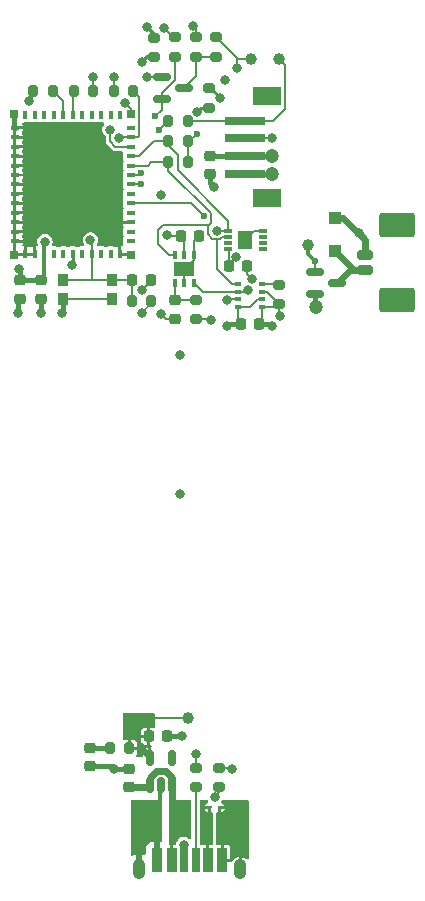
<source format=gbr>
%TF.GenerationSoftware,KiCad,Pcbnew,8.0.7*%
%TF.CreationDate,2024-12-24T11:10:27-06:00*%
%TF.ProjectId,room_environment_monitor,726f6f6d-5f65-46e7-9669-726f6e6d656e,rev?*%
%TF.SameCoordinates,Original*%
%TF.FileFunction,Copper,L1,Top*%
%TF.FilePolarity,Positive*%
%FSLAX46Y46*%
G04 Gerber Fmt 4.6, Leading zero omitted, Abs format (unit mm)*
G04 Created by KiCad (PCBNEW 8.0.7) date 2024-12-24 11:10:27*
%MOMM*%
%LPD*%
G01*
G04 APERTURE LIST*
G04 Aperture macros list*
%AMRoundRect*
0 Rectangle with rounded corners*
0 $1 Rounding radius*
0 $2 $3 $4 $5 $6 $7 $8 $9 X,Y pos of 4 corners*
0 Add a 4 corners polygon primitive as box body*
4,1,4,$2,$3,$4,$5,$6,$7,$8,$9,$2,$3,0*
0 Add four circle primitives for the rounded corners*
1,1,$1+$1,$2,$3*
1,1,$1+$1,$4,$5*
1,1,$1+$1,$6,$7*
1,1,$1+$1,$8,$9*
0 Add four rect primitives between the rounded corners*
20,1,$1+$1,$2,$3,$4,$5,0*
20,1,$1+$1,$4,$5,$6,$7,0*
20,1,$1+$1,$6,$7,$8,$9,0*
20,1,$1+$1,$8,$9,$2,$3,0*%
%AMFreePoly0*
4,1,6,0.725000,-0.725000,-0.725000,-0.725000,-0.725000,0.125000,-0.125000,0.725000,0.725000,0.725000,0.725000,-0.725000,0.725000,-0.725000,$1*%
G04 Aperture macros list end*
%TA.AperFunction,SMDPad,CuDef*%
%ADD10R,0.400000X0.800000*%
%TD*%
%TA.AperFunction,SMDPad,CuDef*%
%ADD11R,0.800000X0.400000*%
%TD*%
%TA.AperFunction,SMDPad,CuDef*%
%ADD12FreePoly0,90.000000*%
%TD*%
%TA.AperFunction,SMDPad,CuDef*%
%ADD13R,1.450000X1.450000*%
%TD*%
%TA.AperFunction,SMDPad,CuDef*%
%ADD14R,0.700000X0.700000*%
%TD*%
%TA.AperFunction,SMDPad,CuDef*%
%ADD15RoundRect,0.200000X0.275000X-0.200000X0.275000X0.200000X-0.275000X0.200000X-0.275000X-0.200000X0*%
%TD*%
%TA.AperFunction,SMDPad,CuDef*%
%ADD16RoundRect,0.200000X-0.275000X0.200000X-0.275000X-0.200000X0.275000X-0.200000X0.275000X0.200000X0*%
%TD*%
%TA.AperFunction,SMDPad,CuDef*%
%ADD17RoundRect,0.200000X0.200000X0.275000X-0.200000X0.275000X-0.200000X-0.275000X0.200000X-0.275000X0*%
%TD*%
%TA.AperFunction,SMDPad,CuDef*%
%ADD18RoundRect,0.225000X-0.225000X-0.250000X0.225000X-0.250000X0.225000X0.250000X-0.225000X0.250000X0*%
%TD*%
%TA.AperFunction,SMDPad,CuDef*%
%ADD19RoundRect,0.150000X-0.587500X-0.150000X0.587500X-0.150000X0.587500X0.150000X-0.587500X0.150000X0*%
%TD*%
%TA.AperFunction,SMDPad,CuDef*%
%ADD20RoundRect,0.150000X0.150000X-0.512500X0.150000X0.512500X-0.150000X0.512500X-0.150000X-0.512500X0*%
%TD*%
%TA.AperFunction,SMDPad,CuDef*%
%ADD21RoundRect,0.200000X-0.200000X-0.275000X0.200000X-0.275000X0.200000X0.275000X-0.200000X0.275000X0*%
%TD*%
%TA.AperFunction,SMDPad,CuDef*%
%ADD22R,0.711200X2.006600*%
%TD*%
%TA.AperFunction,SMDPad,CuDef*%
%ADD23R,0.812800X2.006600*%
%TD*%
%TA.AperFunction,SMDPad,CuDef*%
%ADD24R,0.889000X2.006600*%
%TD*%
%TA.AperFunction,ComponentPad*%
%ADD25O,1.066800X1.701800*%
%TD*%
%TA.AperFunction,SMDPad,CuDef*%
%ADD26R,0.500000X0.350000*%
%TD*%
%TA.AperFunction,SMDPad,CuDef*%
%ADD27C,1.000000*%
%TD*%
%TA.AperFunction,SMDPad,CuDef*%
%ADD28R,0.355600X0.660400*%
%TD*%
%TA.AperFunction,SMDPad,CuDef*%
%ADD29R,1.701800X1.244600*%
%TD*%
%TA.AperFunction,SMDPad,CuDef*%
%ADD30RoundRect,0.225000X-0.250000X0.225000X-0.250000X-0.225000X0.250000X-0.225000X0.250000X0.225000X0*%
%TD*%
%TA.AperFunction,SMDPad,CuDef*%
%ADD31R,3.352800X0.711200*%
%TD*%
%TA.AperFunction,SMDPad,CuDef*%
%ADD32R,2.387600X1.600200*%
%TD*%
%TA.AperFunction,SMDPad,CuDef*%
%ADD33RoundRect,0.062500X0.117500X0.062500X-0.117500X0.062500X-0.117500X-0.062500X0.117500X-0.062500X0*%
%TD*%
%TA.AperFunction,SMDPad,CuDef*%
%ADD34RoundRect,0.218750X0.256250X-0.218750X0.256250X0.218750X-0.256250X0.218750X-0.256250X-0.218750X0*%
%TD*%
%TA.AperFunction,SMDPad,CuDef*%
%ADD35RoundRect,0.225000X0.250000X-0.225000X0.250000X0.225000X-0.250000X0.225000X-0.250000X-0.225000X0*%
%TD*%
%TA.AperFunction,SMDPad,CuDef*%
%ADD36RoundRect,0.200000X0.450000X-0.200000X0.450000X0.200000X-0.450000X0.200000X-0.450000X-0.200000X0*%
%TD*%
%TA.AperFunction,SMDPad,CuDef*%
%ADD37RoundRect,0.250001X1.249999X-0.799999X1.249999X0.799999X-1.249999X0.799999X-1.249999X-0.799999X0*%
%TD*%
%TA.AperFunction,SMDPad,CuDef*%
%ADD38RoundRect,0.225000X0.225000X0.250000X-0.225000X0.250000X-0.225000X-0.250000X0.225000X-0.250000X0*%
%TD*%
%TA.AperFunction,SMDPad,CuDef*%
%ADD39R,0.900000X1.000000*%
%TD*%
%TA.AperFunction,SMDPad,CuDef*%
%ADD40R,0.750000X0.300000*%
%TD*%
%TA.AperFunction,SMDPad,CuDef*%
%ADD41R,1.300000X1.500000*%
%TD*%
%TA.AperFunction,SMDPad,CuDef*%
%ADD42RoundRect,0.250000X-0.300000X0.300000X-0.300000X-0.300000X0.300000X-0.300000X0.300000X0.300000X0*%
%TD*%
%TA.AperFunction,ViaPad*%
%ADD43C,0.800000*%
%TD*%
%TA.AperFunction,ViaPad*%
%ADD44C,1.200000*%
%TD*%
%TA.AperFunction,ViaPad*%
%ADD45C,0.600000*%
%TD*%
%TA.AperFunction,Conductor*%
%ADD46C,0.200000*%
%TD*%
%TA.AperFunction,Conductor*%
%ADD47C,0.250000*%
%TD*%
%TA.AperFunction,Conductor*%
%ADD48C,0.400000*%
%TD*%
%TA.AperFunction,Conductor*%
%ADD49C,0.300000*%
%TD*%
%TA.AperFunction,Conductor*%
%ADD50C,0.600000*%
%TD*%
%TA.AperFunction,Conductor*%
%ADD51C,0.150000*%
%TD*%
G04 APERTURE END LIST*
D10*
%TO.P,U2,1,GND*%
%TO.N,GND*%
X-3900000Y50700000D03*
%TO.P,U2,2,GND*%
X-3100000Y50700000D03*
%TO.P,U2,3,3V3*%
%TO.N,+3V3*%
X-2300000Y50700000D03*
%TO.P,U2,4,NC*%
%TO.N,unconnected-(U2-NC-Pad4)*%
X-1500000Y50700000D03*
%TO.P,U2,5,GPIO2/ADC1_CH2*%
%TO.N,unconnected-(U2-GPIO2{slash}ADC1_CH2-Pad5)*%
X-700000Y50700000D03*
%TO.P,U2,6,GPIO3/ADC1_CH3*%
%TO.N,PD*%
X100000Y50700000D03*
%TO.P,U2,7,NC*%
%TO.N,unconnected-(U2-NC-Pad7)*%
X900000Y50700000D03*
%TO.P,U2,8,EN/CHIP_PU*%
%TO.N,EN*%
X1700000Y50700000D03*
%TO.P,U2,9,NC*%
%TO.N,unconnected-(U2-NC-Pad9)*%
X2500000Y50700000D03*
%TO.P,U2,10,NC*%
%TO.N,unconnected-(U2-NC-Pad10)*%
X3300000Y50700000D03*
%TO.P,U2,11,GND*%
%TO.N,GND*%
X4100000Y50700000D03*
D11*
%TO.P,U2,12,GPIO0/ADC1_CH0/XTAL_32K_P*%
%TO.N,unconnected-(U2-GPIO0{slash}ADC1_CH0{slash}XTAL_32K_P-Pad12)*%
X5000000Y51800000D03*
%TO.P,U2,13,GPIO1/ADC1_CH1/XTAL_32K_N*%
%TO.N,unconnected-(U2-GPIO1{slash}ADC1_CH1{slash}XTAL_32K_N-Pad13)*%
X5000000Y52600000D03*
%TO.P,U2,14,GND*%
%TO.N,GND*%
X5000000Y53400000D03*
%TO.P,U2,15,NC*%
%TO.N,unconnected-(U2-NC-Pad15)*%
X5000000Y54200000D03*
%TO.P,U2,16,GPIO10*%
%TO.N,FAN*%
X5000000Y55000000D03*
%TO.P,U2,17,NC*%
%TO.N,unconnected-(U2-NC-Pad17)*%
X5000000Y55800000D03*
%TO.P,U2,18,GPIO4/ADC1_CH4*%
%TO.N,UART1_RX*%
X5000000Y56600000D03*
%TO.P,U2,19,GPIO5/ADC2_CH0*%
%TO.N,UART1_TX_LVL*%
X5000000Y57400000D03*
%TO.P,U2,20,GPIO6*%
%TO.N,I2C_SCL*%
X5000000Y58200000D03*
%TO.P,U2,21,GPIO7*%
%TO.N,I2C_SDA*%
X5000000Y59000000D03*
%TO.P,U2,22,GPIO8*%
%TO.N,NEOPIXEL*%
X5000000Y59800000D03*
%TO.P,U2,23,GPIO9*%
%TO.N,BOOT*%
X5000000Y60600000D03*
%TO.P,U2,24,NC*%
%TO.N,unconnected-(U2-NC-Pad24)*%
X5000000Y61400000D03*
D10*
%TO.P,U2,25,NC*%
%TO.N,unconnected-(U2-NC-Pad25)*%
X4100000Y62500000D03*
%TO.P,U2,26,GPIO18/USB_D-*%
%TO.N,unconnected-(U2-GPIO18{slash}USB_D--Pad26)*%
X3300000Y62500000D03*
%TO.P,U2,27,GPIO19/USB_D+*%
%TO.N,unconnected-(U2-GPIO19{slash}USB_D+-Pad27)*%
X2500000Y62500000D03*
%TO.P,U2,28,NC*%
%TO.N,unconnected-(U2-NC-Pad28)*%
X1700000Y62500000D03*
%TO.P,U2,29,NC*%
%TO.N,unconnected-(U2-NC-Pad29)*%
X900000Y62500000D03*
%TO.P,U2,30,GPIO20/U0RXD*%
%TO.N,UART_RX*%
X100000Y62500000D03*
%TO.P,U2,31,GPIO21/U0TXD*%
%TO.N,UART_TX*%
X-700000Y62500000D03*
%TO.P,U2,32,NC*%
%TO.N,unconnected-(U2-NC-Pad32)*%
X-1500000Y62500000D03*
%TO.P,U2,33,NC*%
%TO.N,unconnected-(U2-NC-Pad33)*%
X-2300000Y62500000D03*
%TO.P,U2,34,NC*%
%TO.N,unconnected-(U2-NC-Pad34)*%
X-3100000Y62500000D03*
%TO.P,U2,35,NC*%
%TO.N,unconnected-(U2-NC-Pad35)*%
X-3900000Y62500000D03*
D11*
%TO.P,U2,36,GND*%
%TO.N,GND*%
X-4800000Y61400000D03*
%TO.P,U2,37,GND*%
X-4800000Y60600000D03*
%TO.P,U2,38,GND*%
X-4800000Y59800000D03*
%TO.P,U2,39,GND*%
X-4800000Y59000000D03*
%TO.P,U2,40,GND*%
X-4800000Y58200000D03*
%TO.P,U2,41,GND*%
X-4800000Y57400000D03*
%TO.P,U2,42,GND*%
X-4800000Y56600000D03*
%TO.P,U2,43,GND*%
X-4800000Y55800000D03*
%TO.P,U2,44,GND*%
X-4800000Y55000000D03*
%TO.P,U2,45,GND*%
X-4800000Y54200000D03*
%TO.P,U2,46,GND*%
X-4800000Y53400000D03*
%TO.P,U2,47,GND*%
X-4800000Y52600000D03*
%TO.P,U2,48,GND*%
X-4800000Y51800000D03*
D12*
%TO.P,U2,49,GND*%
X-1875000Y54625000D03*
D13*
X100000Y54625000D03*
X2075000Y54625000D03*
X-1875000Y56600000D03*
X100000Y56600000D03*
X2075000Y56600000D03*
X-1875000Y58575000D03*
X100000Y58575000D03*
X2075000Y58575000D03*
D14*
%TO.P,U2,50,GND*%
X-4850000Y62550000D03*
%TO.P,U2,51,GND*%
X5050000Y62550000D03*
%TO.P,U2,52,GND*%
X5050000Y50650000D03*
%TO.P,U2,53,GND*%
X-4850000Y50650000D03*
%TD*%
D15*
%TO.P,R3,1*%
%TO.N,+3V3*%
X17600000Y46437500D03*
%TO.P,R3,2*%
%TO.N,Net-(U4-SDO)*%
X17600000Y48087500D03*
%TD*%
D16*
%TO.P,R9,1*%
%TO.N,Net-(J2-Pin_2)*%
X12250000Y69075000D03*
%TO.P,R9,2*%
%TO.N,UART1_TX*%
X12250000Y67425000D03*
%TD*%
%TO.P,R13,1*%
%TO.N,+5V*%
X10500000Y69075000D03*
%TO.P,R13,2*%
%TO.N,UART1_TX*%
X10500000Y67425000D03*
%TD*%
D17*
%TO.P,R8,1*%
%TO.N,Net-(J2-Pin_1)*%
X9825000Y62000000D03*
%TO.P,R8,2*%
%TO.N,UART1_RX*%
X8175000Y62000000D03*
%TD*%
D18*
%TO.P,C1,1*%
%TO.N,EN*%
X5150000Y48500000D03*
%TO.P,C1,2*%
%TO.N,GND*%
X6700000Y48500000D03*
%TD*%
%TO.P,C2,1*%
%TO.N,+3V3*%
X9225000Y52250000D03*
%TO.P,C2,2*%
%TO.N,GND*%
X10775000Y52250000D03*
%TD*%
D19*
%TO.P,Q3,1,G*%
%TO.N,FAN*%
X20625000Y49200000D03*
%TO.P,Q3,2,S*%
%TO.N,GND*%
X20625000Y47300000D03*
%TO.P,Q3,3,D*%
%TO.N,Net-(D1-A)*%
X22500000Y48250000D03*
%TD*%
D20*
%TO.P,U5,1,VIN*%
%TO.N,+5V*%
X6625000Y5737500D03*
%TO.P,U5,2,GND*%
%TO.N,GND*%
X7575000Y5737500D03*
%TO.P,U5,3,EN*%
%TO.N,+5V*%
X8525000Y5737500D03*
%TO.P,U5,4,NC*%
%TO.N,unconnected-(U5-NC-Pad4)*%
X8525000Y8012500D03*
%TO.P,U5,5,VOUT*%
%TO.N,+3V3*%
X6625000Y8012500D03*
%TD*%
D21*
%TO.P,R11,1*%
%TO.N,I2C_SCL*%
X8175000Y58500000D03*
%TO.P,R11,2*%
%TO.N,+3V3*%
X9825000Y58500000D03*
%TD*%
D22*
%TO.P,P1,A5,CC*%
%TO.N,Net-(P1-CC)*%
X10499999Y-600002D03*
D23*
%TO.P,P1,A9,VBUS*%
%TO.N,+5V*%
X8480000Y-600002D03*
D24*
%TO.P,P1,A12,GND*%
%TO.N,GND*%
X7250000Y-600002D03*
D22*
%TO.P,P1,B5,VCONN*%
%TO.N,Net-(P1-VCONN)*%
X9500001Y-600002D03*
D23*
%TO.P,P1,B9,VBUS*%
%TO.N,+5V*%
X11520000Y-600002D03*
D24*
%TO.P,P1,B12,GND*%
%TO.N,GND*%
X12750000Y-600002D03*
D25*
%TO.P,P1,S1,SHIELD*%
X14269999Y-1400003D03*
X5730001Y-1400003D03*
%TD*%
D26*
%TO.P,U4,1,GND*%
%TO.N,GND*%
X14100000Y46212500D03*
%TO.P,U4,2,CSB*%
%TO.N,+3V3*%
X14100000Y46862500D03*
%TO.P,U4,3,SDI*%
%TO.N,I2C_SDA*%
X14100000Y47512500D03*
%TO.P,U4,4,SCK*%
%TO.N,I2C_SCL*%
X14100000Y48162500D03*
%TO.P,U4,5,SDO*%
%TO.N,Net-(U4-SDO)*%
X16150000Y48162500D03*
%TO.P,U4,6,VDDIO*%
%TO.N,+3V3*%
X16150000Y47512500D03*
%TO.P,U4,7,GND*%
%TO.N,GND*%
X16150000Y46862500D03*
%TO.P,U4,8,VDD*%
%TO.N,+3V3*%
X16150000Y46212500D03*
%TD*%
D27*
%TO.P,TP4,1,1*%
%TO.N,+3V3*%
X9900000Y11400000D03*
%TD*%
D28*
%TO.P,U3,1,VDD*%
%TO.N,/Sensors/SGP30_VDD*%
X8750000Y48250000D03*
%TO.P,U3,2,VSS*%
%TO.N,GND*%
X9550001Y48250000D03*
%TO.P,U3,3,SDA*%
%TO.N,I2C_SDA*%
X10350002Y48250000D03*
%TO.P,U3,4,R*%
%TO.N,GND*%
X10350002Y50637600D03*
%TO.P,U3,5,VDDH*%
%TO.N,+3V3*%
X9550001Y50637600D03*
%TO.P,U3,6,SCL*%
%TO.N,I2C_SCL*%
X8750000Y50637600D03*
D29*
%TO.P,U3,7,PAD*%
%TO.N,GND*%
X9550001Y49443800D03*
%TD*%
D30*
%TO.P,C7,1*%
%TO.N,+5V*%
X11750000Y59025000D03*
%TO.P,C7,2*%
%TO.N,GND*%
X11750000Y57475000D03*
%TD*%
D15*
%TO.P,R15,1*%
%TO.N,Net-(R15-Pad1)*%
X12500000Y5550000D03*
%TO.P,R15,2*%
%TO.N,GND*%
X12500000Y7200000D03*
%TD*%
D31*
%TO.P,J2,1,Pin_1*%
%TO.N,Net-(J2-Pin_1)*%
X14645800Y62000001D03*
%TO.P,J2,2,Pin_2*%
%TO.N,Net-(J2-Pin_2)*%
X14645800Y60500001D03*
%TO.P,J2,3,Pin_3*%
%TO.N,+5V*%
X14645800Y58999999D03*
%TO.P,J2,4,Pin_4*%
%TO.N,GND*%
X14645800Y57499999D03*
D32*
%TO.P,J2,5*%
%TO.N,N/C*%
X16528448Y64050002D03*
%TO.P,J2,6*%
X16528448Y55449998D03*
%TD*%
D27*
%TO.P,TP2,1,1*%
%TO.N,Net-(J2-Pin_1)*%
X17600000Y67200000D03*
%TD*%
D18*
%TO.P,C11,1*%
%TO.N,+3V3*%
X6550000Y9875000D03*
%TO.P,C11,2*%
%TO.N,GND*%
X8100000Y9875000D03*
%TD*%
D33*
%TO.P,D7,1,K*%
%TO.N,+5V*%
X11705000Y3850000D03*
%TO.P,D7,2,A*%
%TO.N,GND*%
X12545000Y3850000D03*
%TD*%
D16*
%TO.P,R12,1*%
%TO.N,+3V3*%
X8750000Y69075000D03*
%TO.P,R12,2*%
%TO.N,UART1_TX_LVL*%
X8750000Y67425000D03*
%TD*%
%TO.P,R14,1*%
%TO.N,GND*%
X7000000Y69037500D03*
%TO.P,R14,2*%
%TO.N,PD*%
X7000000Y67387500D03*
%TD*%
D21*
%TO.P,R10,1*%
%TO.N,I2C_SDA*%
X8175000Y60250000D03*
%TO.P,R10,2*%
%TO.N,+3V3*%
X9825000Y60250000D03*
%TD*%
D17*
%TO.P,R1,1*%
%TO.N,+3V3*%
X6750000Y46750000D03*
%TO.P,R1,2*%
%TO.N,EN*%
X5100000Y46750000D03*
%TD*%
D15*
%TO.P,R20,1*%
%TO.N,Net-(R20-Pad1)*%
X10500000Y5550000D03*
%TO.P,R20,2*%
%TO.N,GND*%
X10500000Y7200000D03*
%TD*%
D34*
%TO.P,D2,1,K*%
%TO.N,GND*%
X1575000Y7337500D03*
%TO.P,D2,2,A*%
%TO.N,Net-(D2-A)*%
X1575000Y8912500D03*
%TD*%
D35*
%TO.P,C10,1*%
%TO.N,+5V*%
X4825000Y5600000D03*
%TO.P,C10,2*%
%TO.N,GND*%
X4825000Y7150000D03*
%TD*%
D17*
%TO.P,R5,1*%
%TO.N,UART_TX*%
X-1575000Y64500000D03*
%TO.P,R5,2*%
%TO.N,Net-(R5-Pad2)*%
X-3225000Y64500000D03*
%TD*%
D36*
%TO.P,J1,1,Pin_1*%
%TO.N,Net-(D1-A)*%
X24825000Y49350000D03*
%TO.P,J1,2,Pin_2*%
%TO.N,+5V*%
X24825000Y50600000D03*
D37*
%TO.P,J1,MP*%
%TO.N,N/C*%
X27575000Y46800000D03*
X27575000Y53150000D03*
%TD*%
D21*
%TO.P,R6,1*%
%TO.N,UART_RX*%
X175000Y64500000D03*
%TO.P,R6,2*%
%TO.N,Net-(R6-Pad2)*%
X1825000Y64500000D03*
%TD*%
D16*
%TO.P,R16,1*%
%TO.N,+3V3*%
X11600000Y64750000D03*
%TO.P,R16,2*%
%TO.N,NEOPIXEL*%
X11600000Y63100000D03*
%TD*%
D38*
%TO.P,C5,1*%
%TO.N,+3V3*%
X15875000Y44762500D03*
%TO.P,C5,2*%
%TO.N,GND*%
X14325000Y44762500D03*
%TD*%
D39*
%TO.P,SW1,1,A*%
%TO.N,GND*%
X3400000Y46900000D03*
X-700000Y46900000D03*
%TO.P,SW1,2,B*%
%TO.N,EN*%
X3400000Y48500000D03*
X-700000Y48500000D03*
%TD*%
D40*
%TO.P,U1,1,NC*%
%TO.N,unconnected-(U1-NC-Pad1)*%
X16175000Y51175000D03*
%TO.P,U1,2,NC*%
%TO.N,unconnected-(U1-NC-Pad2)*%
X16175000Y51675000D03*
%TO.P,U1,3,NC*%
%TO.N,unconnected-(U1-NC-Pad3)*%
X16175000Y52175000D03*
%TO.P,U1,4,GND*%
%TO.N,GND*%
X16175000Y52675000D03*
%TO.P,U1,5,SDA*%
%TO.N,I2C_SDA*%
X13275000Y52675000D03*
%TO.P,U1,6,SCL*%
%TO.N,I2C_SCL*%
X13275000Y52175000D03*
%TO.P,U1,7,NC*%
%TO.N,unconnected-(U1-NC-Pad7)*%
X13275000Y51675000D03*
%TO.P,U1,8,VCC*%
%TO.N,+3V3*%
X13275000Y51175000D03*
D41*
%TO.P,U1,9,EP*%
%TO.N,GND*%
X14725000Y51925000D03*
%TD*%
D17*
%TO.P,R2,1*%
%TO.N,+3V3*%
X4900000Y8875000D03*
%TO.P,R2,2*%
%TO.N,Net-(D2-A)*%
X3250000Y8875000D03*
%TD*%
D30*
%TO.P,C4,1*%
%TO.N,/Sensors/SGP30_VDD*%
X8750000Y46775000D03*
%TO.P,C4,2*%
%TO.N,GND*%
X8750000Y45225000D03*
%TD*%
D15*
%TO.P,R4,1*%
%TO.N,+3V3*%
X10500000Y45175000D03*
%TO.P,R4,2*%
%TO.N,/Sensors/SGP30_VDD*%
X10500000Y46825000D03*
%TD*%
D30*
%TO.P,C3,1*%
%TO.N,+3V3*%
X-2600000Y48475000D03*
%TO.P,C3,2*%
%TO.N,GND*%
X-2600000Y46925000D03*
%TD*%
D27*
%TO.P,TP3,1,1*%
%TO.N,Net-(J2-Pin_2)*%
X15200000Y67200000D03*
%TD*%
D30*
%TO.P,C6,1*%
%TO.N,+3V3*%
X-4400000Y48475000D03*
%TO.P,C6,2*%
%TO.N,GND*%
X-4400000Y46925000D03*
%TD*%
D42*
%TO.P,D1,1,K*%
%TO.N,+5V*%
X22275000Y53750000D03*
%TO.P,D1,2,A*%
%TO.N,Net-(D1-A)*%
X22275000Y50950000D03*
%TD*%
D21*
%TO.P,R7,1*%
%TO.N,+3V3*%
X3575000Y64500000D03*
%TO.P,R7,2*%
%TO.N,BOOT*%
X5225000Y64500000D03*
%TD*%
D18*
%TO.P,C8,1*%
%TO.N,+3V3*%
X13300000Y49700000D03*
%TO.P,C8,2*%
%TO.N,GND*%
X14850000Y49700000D03*
%TD*%
D27*
%TO.P,TP1,1,1*%
%TO.N,FAN*%
X20000000Y51500000D03*
%TD*%
D19*
%TO.P,Q1,1,G*%
%TO.N,+3V3*%
X7625000Y65700000D03*
%TO.P,Q1,2,S*%
%TO.N,UART1_TX_LVL*%
X7625000Y63800000D03*
%TO.P,Q1,3,D*%
%TO.N,UART1_TX*%
X9500000Y64750000D03*
%TD*%
D43*
%TO.N,EN*%
X1600000Y51900000D03*
%TO.N,GND*%
X3575000Y7125000D03*
X-4500000Y45700000D03*
X-2575000Y45750000D03*
X7600000Y45600000D03*
D44*
X17000000Y57500000D03*
D43*
X9325000Y9875000D03*
X10575000Y8375000D03*
X6400000Y69900000D03*
X-2000000Y56500000D03*
X6000000Y3750000D03*
X13200000Y44600000D03*
X4500000Y63500000D03*
X7600000Y55700000D03*
X-2000000Y58500000D03*
X6000000Y2000000D03*
X15300000Y48600000D03*
X9550001Y49443800D03*
D44*
X20700000Y46200000D03*
D43*
X2000000Y56500000D03*
X9200000Y42200000D03*
X14250000Y3750000D03*
X5985081Y47695381D03*
X-2000000Y54700000D03*
X13000000Y3000000D03*
X14700000Y51900000D03*
X9200000Y30400000D03*
X13580000Y7130000D03*
X14250000Y2000000D03*
X7000000Y3000000D03*
X-825000Y45750000D03*
X12100000Y56400000D03*
%TO.N,BOOT*%
X4000000Y60500000D03*
%TO.N,+3V3*%
X11800000Y45100000D03*
X17000000Y44600000D03*
X12600000Y63925000D03*
X6400000Y65700000D03*
X8100000Y52300000D03*
X5075000Y11375000D03*
X13964711Y50443781D03*
X13020000Y65450000D03*
X7815962Y69826194D03*
X-4462299Y49437701D03*
X13200000Y46800000D03*
X5075000Y10375000D03*
X6325000Y11375000D03*
D45*
X10600000Y60900000D03*
D43*
X-2250000Y51750000D03*
X3600000Y65700000D03*
X17650000Y45437500D03*
X6000000Y45750000D03*
%TO.N,+5V*%
X10250000Y70000000D03*
D44*
X17000000Y59000000D03*
D43*
X9500000Y2000000D03*
X11500000Y2950000D03*
X9500000Y3750000D03*
X24300000Y52500000D03*
X11500000Y1500000D03*
%TO.N,NEOPIXEL*%
X10657911Y62763492D03*
X3250000Y61250000D03*
D45*
%TO.N,UART1_RX*%
X7400000Y61200000D03*
X5900000Y56600000D03*
%TO.N,FAN*%
X11200000Y53900000D03*
X20600000Y50100000D03*
%TO.N,UART1_TX_LVL*%
X7100000Y62400000D03*
X5900000Y57600000D03*
D43*
%TO.N,I2C_SDA*%
X12300000Y52700000D03*
X14949051Y47664137D03*
%TO.N,Net-(P1-VCONN)*%
X12120000Y4750000D03*
X9500000Y700000D03*
%TO.N,Net-(J3-Pin_5)*%
X1800000Y65700000D03*
%TO.N,Net-(J3-Pin_6)*%
X-3600000Y63700000D03*
%TO.N,Net-(J2-Pin_2)*%
X17000000Y60500000D03*
X14000000Y66500000D03*
%TO.N,PD*%
X6000000Y67000000D03*
X0Y49750000D03*
%TD*%
D46*
%TO.N,EN*%
X1700000Y50700000D02*
X1700000Y48550000D01*
X1750000Y48500000D02*
X3400000Y48500000D01*
X1700000Y50700000D02*
X1700000Y51800000D01*
X5150000Y48500000D02*
X5150000Y46800000D01*
X1700000Y51800000D02*
X1600000Y51900000D01*
X1700000Y48550000D02*
X1750000Y48500000D01*
X1750000Y48500000D02*
X-700000Y48500000D01*
X3400000Y48500000D02*
X5150000Y48500000D01*
%TO.N,GND*%
X8750000Y45225000D02*
X7975000Y45225000D01*
X9550001Y48250000D02*
X9550001Y49443800D01*
D47*
X7000000Y69300000D02*
X6400000Y69900000D01*
D46*
X7975000Y45225000D02*
X7600000Y45600000D01*
X15125000Y46212500D02*
X15775000Y46862500D01*
X14100000Y46212500D02*
X14100000Y44987500D01*
X9550001Y49443800D02*
X10350002Y50243801D01*
D48*
X11750000Y56750000D02*
X12100000Y56400000D01*
X14325000Y44762500D02*
X13362500Y44762500D01*
D46*
X10350002Y50637600D02*
X10350002Y51825002D01*
X10350002Y50243801D02*
X10350002Y50637600D01*
X15475000Y52675000D02*
X14725000Y51925000D01*
D48*
X-2575000Y46975000D02*
X-2575000Y45750000D01*
X3362500Y7337500D02*
X3575000Y7125000D01*
D46*
X10350002Y51825002D02*
X10775000Y52250000D01*
X14850000Y49700000D02*
X14850000Y49050000D01*
D48*
X11750000Y57475000D02*
X11750000Y56750000D01*
D46*
X6700000Y48410300D02*
X5985081Y47695381D01*
D48*
X-700000Y46900000D02*
X-700000Y45875000D01*
X4825000Y7150000D02*
X3600000Y7150000D01*
X3600000Y7150000D02*
X3575000Y7125000D01*
D46*
X16175000Y52675000D02*
X15475000Y52675000D01*
X14100000Y46212500D02*
X15125000Y46212500D01*
X13510000Y7200000D02*
X13580000Y7130000D01*
D48*
X14645800Y57499999D02*
X17000000Y57500000D01*
X20625000Y47300000D02*
X20625000Y46275000D01*
X-4850000Y62550000D02*
X-4850000Y61450000D01*
D46*
X10575000Y7200000D02*
X10575000Y8375000D01*
X15775000Y46862500D02*
X16150000Y46862500D01*
X5050000Y62950000D02*
X4500000Y63500000D01*
D48*
X-4500000Y46975000D02*
X-4500000Y45700000D01*
D46*
X14850000Y49050000D02*
X15300000Y48600000D01*
D48*
X13362500Y44762500D02*
X13200000Y44600000D01*
D46*
X12500000Y7200000D02*
X13510000Y7200000D01*
D48*
X20625000Y46275000D02*
X20700000Y46200000D01*
D46*
X5050000Y62550000D02*
X5050000Y62950000D01*
X3400000Y46900000D02*
X-700000Y46900000D01*
D48*
X-700000Y45875000D02*
X-825000Y45750000D01*
X1575000Y7337500D02*
X3362500Y7337500D01*
X-4850000Y61450000D02*
X-4800000Y61400000D01*
X8100000Y9875000D02*
X9325000Y9875000D01*
D46*
%TO.N,BOOT*%
X5000000Y60600000D02*
X4100000Y60600000D01*
X5000000Y60600000D02*
X5600000Y60600000D01*
X5600000Y60600000D02*
X5700000Y60700000D01*
X4100000Y60600000D02*
X4000000Y60500000D01*
X5700000Y60700000D02*
X5700000Y64025000D01*
X5700000Y64025000D02*
X5225000Y64500000D01*
%TO.N,+3V3*%
X16150000Y46212500D02*
X16150000Y45037500D01*
X13612500Y46862500D02*
X13200000Y46800000D01*
X7200000Y65700000D02*
X6400000Y65700000D01*
X14100000Y46862500D02*
X13612500Y46862500D01*
X3575000Y64500000D02*
X3575000Y65675000D01*
X6350000Y11400000D02*
X9900000Y11400000D01*
X9550001Y51924999D02*
X9225000Y52250000D01*
D49*
X-2300000Y48800000D02*
X-2300000Y50700000D01*
D48*
X15875000Y44762500D02*
X16837500Y44762500D01*
D46*
X16150000Y47512500D02*
X16525000Y47512500D01*
X17600000Y46437500D02*
X17600000Y45362500D01*
D49*
X-2300000Y50700000D02*
X-2300000Y51700000D01*
D46*
X9550001Y50637600D02*
X9550001Y51924999D01*
D48*
X-4400000Y49375402D02*
X-4462299Y49437701D01*
D46*
X3575000Y65675000D02*
X3600000Y65700000D01*
X13200000Y46800000D02*
X13487500Y46862500D01*
D49*
X-2575000Y48525000D02*
X-2300000Y48800000D01*
D46*
X13487500Y46862500D02*
X13550000Y46862500D01*
X9950000Y60250000D02*
X10600000Y60900000D01*
X13300000Y49700000D02*
X13300000Y51150000D01*
D50*
X6625000Y8125000D02*
X5875000Y8875000D01*
D46*
X13300000Y49779070D02*
X13964711Y50443781D01*
D48*
X16837500Y44762500D02*
X17000000Y44600000D01*
D46*
X9225000Y52250000D02*
X8150000Y52250000D01*
X13300000Y49700000D02*
X13300000Y49779070D01*
X11725000Y45175000D02*
X11800000Y45100000D01*
D48*
X-4400000Y48475000D02*
X-4400000Y49375402D01*
D46*
X10500000Y45175000D02*
X11725000Y45175000D01*
D47*
X11775000Y64750000D02*
X12600000Y63925000D01*
D48*
X-4400000Y48475000D02*
X-2600000Y48475000D01*
D46*
X6750000Y46575000D02*
X5925000Y45750000D01*
D49*
X-2300000Y51700000D02*
X-2250000Y51750000D01*
D46*
X8150000Y52250000D02*
X8100000Y52300000D01*
X6325000Y11375000D02*
X6350000Y11400000D01*
X8567156Y69075000D02*
X7815962Y69826194D01*
X16525000Y47512500D02*
X17600000Y46437500D01*
X16150000Y46212500D02*
X17375000Y46212500D01*
X9825000Y58500000D02*
X9825000Y60250000D01*
%TO.N,/Sensors/SGP30_VDD*%
X10500000Y46825000D02*
X8800000Y46825000D01*
X8750000Y48250000D02*
X8750000Y46875000D01*
D50*
%TO.N,+5V*%
X8525000Y5737500D02*
X8525000Y1204998D01*
D46*
X10500000Y69750000D02*
X10250000Y70000000D01*
D50*
X22275000Y53750000D02*
X23000000Y53750000D01*
X7155760Y6900000D02*
X7994239Y6900000D01*
X24750000Y52000000D02*
X24825000Y51925000D01*
X24000000Y52750000D02*
X24250000Y52500000D01*
X24300000Y52500000D02*
X24300000Y52450000D01*
X7994239Y6900000D02*
X8525000Y6369239D01*
D46*
X10500000Y69075000D02*
X10500000Y69750000D01*
D48*
X14645800Y58999999D02*
X17000000Y59000000D01*
D50*
X24825000Y51925000D02*
X24825000Y50600000D01*
X6487500Y5600000D02*
X6625000Y5737500D01*
D48*
X14645800Y58999999D02*
X11775001Y58999999D01*
D50*
X24300000Y52450000D02*
X24750000Y52000000D01*
X6625000Y6369239D02*
X7155760Y6900000D01*
X4825000Y5600000D02*
X6487500Y5600000D01*
X6625000Y5737500D02*
X6625000Y6369239D01*
X23000000Y53750000D02*
X24000000Y52750000D01*
X24250000Y52500000D02*
X24300000Y52500000D01*
X8525000Y6369239D02*
X8525000Y5737500D01*
%TO.N,Net-(D1-A)*%
X22500000Y48250000D02*
X23600000Y49350000D01*
X23875000Y49350000D02*
X24825000Y49350000D01*
X22275000Y50950000D02*
X23875000Y49350000D01*
X23600000Y49350000D02*
X23875000Y49350000D01*
D48*
%TO.N,Net-(D2-A)*%
X1575000Y8912500D02*
X3212500Y8912500D01*
D46*
%TO.N,NEOPIXEL*%
X5000000Y59800000D02*
X3700000Y59800000D01*
D47*
X11600000Y63100000D02*
X10994419Y63100000D01*
X10994419Y63100000D02*
X10657911Y62763492D01*
D46*
X3700000Y59800000D02*
X3250000Y60250000D01*
X3250000Y60250000D02*
X3250000Y61250000D01*
%TO.N,UART1_RX*%
X5900000Y56600000D02*
X5000000Y56600000D01*
X8175000Y61975000D02*
X7400000Y61200000D01*
%TO.N,UART1_TX*%
X10500000Y67425000D02*
X12250000Y67425000D01*
X10500000Y65750000D02*
X10500000Y67425000D01*
X9500000Y64750000D02*
X10500000Y65750000D01*
%TO.N,FAN*%
X20600000Y50100000D02*
X20600000Y49225000D01*
D49*
X20000000Y51500000D02*
X20000000Y50700000D01*
D46*
X10100000Y55000000D02*
X11200000Y53900000D01*
X5000000Y55000000D02*
X10100000Y55000000D01*
D49*
X20000000Y50700000D02*
X20600000Y50100000D01*
D46*
%TO.N,UART1_TX_LVL*%
X5000000Y57400000D02*
X5700000Y57400000D01*
X5700000Y57400000D02*
X5900000Y57600000D01*
X7625000Y63800000D02*
X7625000Y62925000D01*
X8750000Y65451104D02*
X8750000Y67425000D01*
X7625000Y62925000D02*
X7100000Y62400000D01*
X7625000Y63800000D02*
X7625000Y64326104D01*
X7625000Y64326104D02*
X8750000Y65451104D01*
%TO.N,UART_RX*%
X100000Y64425000D02*
X100000Y62500000D01*
%TO.N,UART_TX*%
X-700000Y62500000D02*
X-700000Y63625000D01*
X-700000Y63625000D02*
X-1575000Y64500000D01*
D51*
%TO.N,Net-(P1-CC)*%
X10499999Y-950002D02*
X10499999Y5474999D01*
D46*
X10500000Y5550000D02*
X10499999Y-750002D01*
%TO.N,I2C_SCL*%
X8750000Y50637600D02*
X8212400Y50637600D01*
X11525000Y52400000D02*
X11525000Y53100000D01*
X11800000Y54148529D02*
X11800000Y53375000D01*
X8212400Y50637600D02*
X7300000Y51550000D01*
X12300000Y52000000D02*
X11925000Y52000000D01*
X7300000Y51550000D02*
X7300000Y52750000D01*
X6450000Y58200000D02*
X6750000Y58500000D01*
X6750000Y58500000D02*
X8175000Y58500000D01*
X12589950Y52000000D02*
X12300000Y52000000D01*
X7300000Y52750000D02*
X7750000Y53200000D01*
X12764950Y52175000D02*
X12589950Y52000000D01*
X7750000Y53200000D02*
X11625000Y53200000D01*
X5000000Y58200000D02*
X6450000Y58200000D01*
X11525000Y53100000D02*
X11625000Y53200000D01*
X8175000Y57773529D02*
X11800000Y54148529D01*
X8175000Y58500000D02*
X8175000Y57773529D01*
X11925000Y52000000D02*
X11525000Y52400000D01*
X11800000Y53375000D02*
X11625000Y53200000D01*
X12300000Y52000000D02*
X12300000Y49482538D01*
X13620038Y48162500D02*
X14100000Y48162500D01*
X12300000Y49482538D02*
X13620038Y48162500D01*
X13275000Y52175000D02*
X12764950Y52175000D01*
%TO.N,I2C_SDA*%
X14550000Y47512500D02*
X14100000Y47512500D01*
X11087502Y47512500D02*
X10350002Y48250000D01*
X14650000Y47612500D02*
X14701637Y47664137D01*
X14701637Y47664137D02*
X14949051Y47664137D01*
X9000000Y59100000D02*
X9000000Y57800000D01*
X5750000Y59000000D02*
X7000000Y60250000D01*
X5000000Y59000000D02*
X5750000Y59000000D01*
X14650000Y47612500D02*
X14550000Y47512500D01*
X9000000Y57800000D02*
X13275000Y53525000D01*
X8175000Y59925000D02*
X9000000Y59100000D01*
X12300000Y52700000D02*
X13250000Y52700000D01*
X13275000Y53525000D02*
X13275000Y52675000D01*
X7000000Y60250000D02*
X8175000Y60250000D01*
X14100000Y47512500D02*
X11087502Y47512500D01*
%TO.N,Net-(P1-VCONN)*%
X9500001Y-750002D02*
X9500000Y700000D01*
X12500000Y5550000D02*
X12500000Y5130000D01*
X12500000Y5130000D02*
X12120000Y4750000D01*
%TO.N,Net-(J3-Pin_5)*%
X1825000Y65675000D02*
X1800000Y65700000D01*
X1825000Y64500000D02*
X1825000Y65675000D01*
%TO.N,Net-(J3-Pin_6)*%
X-3225000Y64500000D02*
X-3225000Y64075000D01*
X-3225000Y64075000D02*
X-3600000Y63700000D01*
%TO.N,Net-(J2-Pin_1)*%
X9825000Y62000000D02*
X14645800Y62000001D01*
X17600000Y67200000D02*
X18100000Y66700000D01*
X14645800Y62000001D02*
X17072347Y62000001D01*
X17072347Y62000001D02*
X18099999Y63027653D01*
X18099999Y63027653D02*
X18100000Y66700000D01*
%TO.N,Net-(J2-Pin_2)*%
X14125000Y67200000D02*
X15200000Y67200000D01*
X12250000Y69075000D02*
X14000000Y67325000D01*
X14000000Y67325000D02*
X14000000Y66575000D01*
X14645800Y60500001D02*
X17000000Y60500000D01*
X14000000Y67325000D02*
X14125000Y67200000D01*
D47*
%TO.N,PD*%
X100000Y49850000D02*
X0Y49750000D01*
X100000Y50700000D02*
X100000Y49850000D01*
D49*
X6387500Y67387500D02*
X6000000Y67000000D01*
X7000000Y67387500D02*
X6387500Y67387500D01*
D46*
%TO.N,Net-(U4-SDO)*%
X16150000Y48162500D02*
X17525000Y48162500D01*
%TD*%
%TA.AperFunction,Conductor*%
%TO.N,GND*%
G36*
X7700000Y4445000D02*
G01*
X7700000Y1027298D01*
X7680315Y960259D01*
X7627511Y914504D01*
X7576000Y903298D01*
X7500000Y903298D01*
X7500000Y-476002D01*
X7480315Y-543041D01*
X7427511Y-588796D01*
X7376000Y-600002D01*
X7124000Y-600002D01*
X7056961Y-580317D01*
X7011206Y-527513D01*
X7000000Y-476002D01*
X7000000Y903298D01*
X6757655Y903298D01*
X6698127Y896897D01*
X6698120Y896895D01*
X6563413Y846653D01*
X6563406Y846649D01*
X6448312Y760489D01*
X6448309Y760486D01*
X6362149Y645392D01*
X6362145Y645385D01*
X6311903Y510678D01*
X6311901Y510671D01*
X6305500Y451143D01*
X6305500Y-16759D01*
X6285815Y-83798D01*
X6233011Y-129553D01*
X6163853Y-139497D01*
X6134048Y-131320D01*
X6031435Y-88816D01*
X6031427Y-88814D01*
X5980001Y-78584D01*
X5980001Y-1000000D01*
X5965526Y-1000000D01*
X5963135Y-994228D01*
X5885776Y-916869D01*
X5784702Y-875003D01*
X5675300Y-875003D01*
X5574226Y-916869D01*
X5496867Y-994228D01*
X5494476Y-1000000D01*
X5480001Y-1000000D01*
X5480001Y-78585D01*
X5480000Y-78584D01*
X5428574Y-88814D01*
X5428570Y-88815D01*
X5240506Y-166714D01*
X5240498Y-166718D01*
X5192890Y-198529D01*
X5126212Y-219406D01*
X5058832Y-200921D01*
X5012143Y-148942D01*
X5000000Y-95426D01*
X5000000Y4376000D01*
X5019685Y4443039D01*
X5072489Y4488794D01*
X5124000Y4500000D01*
X7300000Y4500000D01*
X7300000Y4500357D01*
X7319685Y4567396D01*
X7325000Y4573733D01*
X7325000Y5613500D01*
X7344685Y5680539D01*
X7397489Y5726294D01*
X7449000Y5737500D01*
X7700000Y5737500D01*
X7700000Y4445000D01*
G37*
%TD.AperFunction*%
%TD*%
%TA.AperFunction,Conductor*%
%TO.N,+3V3*%
G36*
X7018039Y11855315D02*
G01*
X7063794Y11802511D01*
X7075000Y11751000D01*
X7075000Y10698665D01*
X7055315Y10631626D01*
X7002511Y10585871D01*
X6933353Y10575927D01*
X6907667Y10582483D01*
X6877011Y10593917D01*
X6877012Y10593917D01*
X6820428Y10600000D01*
X6675000Y10600000D01*
X6675000Y9150001D01*
X6675639Y9150001D01*
X6742678Y9130316D01*
X6788433Y9077512D01*
X6798377Y9008354D01*
X6769352Y8944798D01*
X6763320Y8938320D01*
X6750000Y8925000D01*
X6750000Y8136500D01*
X6730315Y8069461D01*
X6677511Y8023706D01*
X6626000Y8012500D01*
X6624000Y8012500D01*
X6556961Y8032185D01*
X6511206Y8084989D01*
X6500000Y8136500D01*
X6500000Y8925000D01*
X6499998Y8925001D01*
X6499361Y8925001D01*
X6432322Y8944686D01*
X6410332Y8970063D01*
X6398798Y8944802D01*
X6357211Y8917221D01*
X6358548Y8914597D01*
X6236958Y8852644D01*
X6236949Y8852637D01*
X6147363Y8763051D01*
X6147360Y8763047D01*
X6089833Y8650145D01*
X6075000Y8556486D01*
X6075000Y8249000D01*
X6055315Y8181961D01*
X6002511Y8136206D01*
X5951000Y8125000D01*
X5554350Y8125000D01*
X5487311Y8144685D01*
X5441556Y8197489D01*
X5431612Y8266647D01*
X5454580Y8322634D01*
X5502346Y8387355D01*
X5547149Y8515396D01*
X5547149Y8515400D01*
X5550000Y8545794D01*
X5550000Y8750000D01*
X5024000Y8750000D01*
X4956961Y8769685D01*
X4911206Y8822489D01*
X4900000Y8874000D01*
X4900000Y8875000D01*
X4899000Y8875000D01*
X4831961Y8894685D01*
X4786206Y8947489D01*
X4775000Y8999000D01*
X4775000Y9000000D01*
X5025000Y9000000D01*
X5549999Y9000000D01*
X5549999Y9204197D01*
X5547148Y9234607D01*
X5502346Y9362646D01*
X5421792Y9471793D01*
X5312645Y9552347D01*
X5234870Y9579561D01*
X5850001Y9579561D01*
X5856081Y9522993D01*
X5903813Y9395019D01*
X5903815Y9395016D01*
X5985670Y9285671D01*
X6095015Y9203816D01*
X6095016Y9203815D01*
X6222991Y9156083D01*
X6222994Y9156082D01*
X6279555Y9150001D01*
X6305078Y9150001D01*
X6372118Y9130319D01*
X6394110Y9104941D01*
X6405648Y9130204D01*
X6411681Y9136683D01*
X6425000Y9150002D01*
X6425000Y9750000D01*
X5850001Y9750000D01*
X5850001Y9579561D01*
X5234870Y9579561D01*
X5184602Y9597150D01*
X5154207Y9600000D01*
X5025000Y9600000D01*
X5025000Y9000000D01*
X4775000Y9000000D01*
X4775000Y9600000D01*
X4645804Y9600000D01*
X4615393Y9597149D01*
X4489954Y9553256D01*
X4420175Y9549695D01*
X4359548Y9584424D01*
X4327321Y9646418D01*
X4325000Y9670298D01*
X4325000Y10170429D01*
X5850000Y10170429D01*
X5850000Y10000000D01*
X6425000Y10000000D01*
X6425000Y10600000D01*
X6279566Y10600000D01*
X6279559Y10599999D01*
X6222992Y10593919D01*
X6095018Y10546187D01*
X6095015Y10546185D01*
X5985670Y10464330D01*
X5903815Y10354985D01*
X5903814Y10354984D01*
X5856083Y10227011D01*
X5850000Y10170429D01*
X4325000Y10170429D01*
X4325000Y11751000D01*
X4344685Y11818039D01*
X4397489Y11863794D01*
X4449000Y11875000D01*
X6951000Y11875000D01*
X7018039Y11855315D01*
G37*
%TD.AperFunction*%
%TD*%
%TA.AperFunction,Conductor*%
%TO.N,+5V*%
G36*
X10092539Y4480315D02*
G01*
X10138294Y4427511D01*
X10149500Y4376000D01*
X10149499Y1269171D01*
X10129814Y1202132D01*
X10077010Y1156377D01*
X10007852Y1146433D01*
X9944296Y1175458D01*
X9943273Y1176355D01*
X9872240Y1239283D01*
X9872238Y1239285D01*
X9732365Y1312697D01*
X9578986Y1350500D01*
X9578985Y1350500D01*
X9421015Y1350500D01*
X9421014Y1350500D01*
X9267634Y1312697D01*
X9127762Y1239285D01*
X9009516Y1134529D01*
X8919781Y1004525D01*
X8919780Y1004524D01*
X8863763Y856819D01*
X8852293Y762352D01*
X8824671Y698174D01*
X8766737Y659117D01*
X8729197Y653298D01*
X8605000Y653298D01*
X8605000Y-476002D01*
X8585315Y-543041D01*
X8532511Y-588796D01*
X8481000Y-600002D01*
X8479000Y-600002D01*
X8411961Y-580317D01*
X8366206Y-527513D01*
X8355000Y-476002D01*
X8355000Y653298D01*
X8347101Y661197D01*
X8306961Y672983D01*
X8261206Y725787D01*
X8250000Y777298D01*
X8250000Y4376000D01*
X8269685Y4443039D01*
X8322489Y4488794D01*
X8374000Y4500000D01*
X10025500Y4500000D01*
X10092539Y4480315D01*
G37*
%TD.AperFunction*%
%TA.AperFunction,Conductor*%
G36*
X11504104Y4480315D02*
G01*
X11539115Y4446440D01*
X11566548Y4406696D01*
X11588431Y4340341D01*
X11570965Y4272689D01*
X11519697Y4225220D01*
X11513488Y4222794D01*
X11405490Y4172433D01*
X11327566Y4094509D01*
X11280991Y3994630D01*
X11280990Y3994625D01*
X11278406Y3975002D01*
X11278408Y3975000D01*
X11581000Y3975000D01*
X11648039Y3955315D01*
X11693794Y3902511D01*
X11705000Y3851000D01*
X11705000Y3850000D01*
X11706000Y3850000D01*
X11773039Y3830315D01*
X11818794Y3777511D01*
X11830000Y3726000D01*
X11830000Y3475001D01*
X11859115Y3475001D01*
X11859806Y3475092D01*
X11860015Y3475060D01*
X11863167Y3475266D01*
X11863213Y3474561D01*
X11928842Y3464331D01*
X11981101Y3417955D01*
X12000000Y3352154D01*
X12000000Y777298D01*
X11980315Y710259D01*
X11927511Y664504D01*
X11876000Y653298D01*
X11645000Y653298D01*
X11645000Y-476002D01*
X11625315Y-543041D01*
X11572511Y-588796D01*
X11521000Y-600002D01*
X11519000Y-600002D01*
X11451961Y-580317D01*
X11406206Y-527513D01*
X11395000Y-476002D01*
X11395000Y653298D01*
X11088971Y653298D01*
X11010072Y637604D01*
X10961690Y637604D01*
X10950308Y639868D01*
X10888397Y672253D01*
X10853823Y732968D01*
X10850499Y761485D01*
X10850500Y3724999D01*
X11278406Y3724999D01*
X11280990Y3705376D01*
X11280991Y3705371D01*
X11327566Y3605492D01*
X11405491Y3527567D01*
X11505373Y3480991D01*
X11505372Y3480991D01*
X11550868Y3475002D01*
X11550884Y3475001D01*
X11580000Y3475002D01*
X11580000Y3725000D01*
X11278408Y3725000D01*
X11278406Y3724999D01*
X10850500Y3724999D01*
X10850500Y4376000D01*
X10870185Y4443039D01*
X10922989Y4488794D01*
X10974500Y4500000D01*
X11437065Y4500000D01*
X11504104Y4480315D01*
G37*
%TD.AperFunction*%
%TD*%
%TA.AperFunction,Conductor*%
%TO.N,GND*%
G36*
X-4781961Y62530315D02*
G01*
X-4736206Y62477511D01*
X-4725000Y62426000D01*
X-4725000Y61980000D01*
X-4711319Y61966319D01*
X-4677834Y61904996D01*
X-4675000Y61878638D01*
X-4675000Y61525000D01*
X-4150000Y61525000D01*
X-4150000Y61624627D01*
X-4150001Y61624629D01*
X-4165253Y61701309D01*
X-4159026Y61770900D01*
X-4116163Y61826078D01*
X-4050273Y61849322D01*
X-4043636Y61849500D01*
X-3675324Y61849500D01*
X-3675323Y61849501D01*
X-3602265Y61864033D01*
X-3602263Y61864033D01*
X-3602263Y61864034D01*
X-3602260Y61864034D01*
X-3568888Y61886333D01*
X-3502214Y61907209D01*
X-3434834Y61888725D01*
X-3431171Y61886372D01*
X-3397740Y61864034D01*
X-3397738Y61864034D01*
X-3397737Y61864033D01*
X-3324679Y61849501D01*
X-3324676Y61849500D01*
X-3324674Y61849500D01*
X-2875324Y61849500D01*
X-2875323Y61849501D01*
X-2802265Y61864033D01*
X-2802263Y61864033D01*
X-2802263Y61864034D01*
X-2802260Y61864034D01*
X-2768888Y61886333D01*
X-2702214Y61907209D01*
X-2634834Y61888725D01*
X-2631171Y61886372D01*
X-2597740Y61864034D01*
X-2597738Y61864034D01*
X-2597737Y61864033D01*
X-2524679Y61849501D01*
X-2524676Y61849500D01*
X-2524674Y61849500D01*
X-2075324Y61849500D01*
X-2075323Y61849501D01*
X-2002265Y61864033D01*
X-2002263Y61864033D01*
X-2002263Y61864034D01*
X-2002260Y61864034D01*
X-1968888Y61886333D01*
X-1902214Y61907209D01*
X-1834834Y61888725D01*
X-1831171Y61886372D01*
X-1797740Y61864034D01*
X-1797738Y61864034D01*
X-1797737Y61864033D01*
X-1724679Y61849501D01*
X-1724676Y61849500D01*
X-1724674Y61849500D01*
X-1275324Y61849500D01*
X-1275323Y61849501D01*
X-1202265Y61864033D01*
X-1202263Y61864033D01*
X-1202263Y61864034D01*
X-1202260Y61864034D01*
X-1168888Y61886333D01*
X-1102214Y61907209D01*
X-1034834Y61888725D01*
X-1031171Y61886372D01*
X-997740Y61864034D01*
X-997738Y61864034D01*
X-997737Y61864033D01*
X-924679Y61849501D01*
X-924676Y61849500D01*
X-924674Y61849500D01*
X-475324Y61849500D01*
X-475323Y61849501D01*
X-402265Y61864033D01*
X-402263Y61864033D01*
X-402263Y61864034D01*
X-402260Y61864034D01*
X-368888Y61886333D01*
X-302214Y61907209D01*
X-234834Y61888725D01*
X-231171Y61886372D01*
X-197740Y61864034D01*
X-197738Y61864034D01*
X-197737Y61864033D01*
X-124679Y61849501D01*
X-124676Y61849500D01*
X-124674Y61849500D01*
X324676Y61849500D01*
X324677Y61849501D01*
X397735Y61864033D01*
X397737Y61864033D01*
X397737Y61864034D01*
X397740Y61864034D01*
X431112Y61886333D01*
X497786Y61907209D01*
X565166Y61888725D01*
X568829Y61886372D01*
X602260Y61864034D01*
X602262Y61864034D01*
X602263Y61864033D01*
X675321Y61849501D01*
X675324Y61849500D01*
X675326Y61849500D01*
X1124676Y61849500D01*
X1124677Y61849501D01*
X1197735Y61864033D01*
X1197737Y61864033D01*
X1197737Y61864034D01*
X1197740Y61864034D01*
X1231112Y61886333D01*
X1297786Y61907209D01*
X1365166Y61888725D01*
X1368829Y61886372D01*
X1402260Y61864034D01*
X1402262Y61864034D01*
X1402263Y61864033D01*
X1475321Y61849501D01*
X1475324Y61849500D01*
X1475326Y61849500D01*
X1924676Y61849500D01*
X1924677Y61849501D01*
X1997735Y61864033D01*
X1997737Y61864033D01*
X1997737Y61864034D01*
X1997740Y61864034D01*
X2031112Y61886333D01*
X2097786Y61907209D01*
X2165166Y61888725D01*
X2168829Y61886372D01*
X2202260Y61864034D01*
X2202262Y61864034D01*
X2202263Y61864033D01*
X2275321Y61849501D01*
X2275324Y61849500D01*
X2637125Y61849500D01*
X2704164Y61829815D01*
X2749919Y61777011D01*
X2759863Y61707853D01*
X2739175Y61655060D01*
X2669781Y61554525D01*
X2669780Y61554524D01*
X2613762Y61406819D01*
X2594722Y61250001D01*
X2594722Y61250000D01*
X2613762Y61093182D01*
X2669780Y60945477D01*
X2669781Y60945476D01*
X2759517Y60815469D01*
X2820109Y60761790D01*
X2857726Y60728465D01*
X2894853Y60669277D01*
X2899500Y60635650D01*
X2899500Y60203856D01*
X2914065Y60149499D01*
X2914065Y60149498D01*
X2923384Y60114716D01*
X2923385Y60114714D01*
X2969527Y60034792D01*
X2969529Y60034789D01*
X2969530Y60034788D01*
X3484788Y59519530D01*
X3484789Y59519529D01*
X3484791Y59519528D01*
X3524750Y59496458D01*
X3564712Y59473386D01*
X3653856Y59449500D01*
X4243126Y59449500D01*
X4310165Y59429815D01*
X4355920Y59377011D01*
X4365864Y59307853D01*
X4364743Y59301309D01*
X4349500Y59224679D01*
X4349500Y58775322D01*
X4364032Y58702265D01*
X4364033Y58702261D01*
X4364034Y58702260D01*
X4386329Y58668892D01*
X4386331Y58668890D01*
X4407208Y58602212D01*
X4388723Y58534832D01*
X4386337Y58531121D01*
X4383327Y58526614D01*
X4364033Y58497740D01*
X4364032Y58497736D01*
X4349500Y58424679D01*
X4349500Y57975322D01*
X4364032Y57902265D01*
X4364033Y57902261D01*
X4364034Y57902260D01*
X4386329Y57868892D01*
X4386331Y57868890D01*
X4407208Y57802212D01*
X4388723Y57734832D01*
X4386337Y57731121D01*
X4381708Y57724193D01*
X4364033Y57697740D01*
X4364032Y57697736D01*
X4349500Y57624679D01*
X4349500Y57175322D01*
X4364032Y57102265D01*
X4364033Y57102261D01*
X4364034Y57102260D01*
X4386329Y57068892D01*
X4386331Y57068890D01*
X4407208Y57002212D01*
X4388723Y56934832D01*
X4386337Y56931121D01*
X4381708Y56924193D01*
X4364033Y56897740D01*
X4364032Y56897736D01*
X4349500Y56824679D01*
X4349500Y56375322D01*
X4364032Y56302265D01*
X4364033Y56302261D01*
X4364034Y56302260D01*
X4386329Y56268892D01*
X4386331Y56268890D01*
X4407208Y56202212D01*
X4388723Y56134832D01*
X4386337Y56131121D01*
X4381708Y56124193D01*
X4364033Y56097740D01*
X4364032Y56097736D01*
X4349500Y56024679D01*
X4349500Y55575322D01*
X4364032Y55502265D01*
X4364033Y55502261D01*
X4364034Y55502260D01*
X4386329Y55468892D01*
X4386331Y55468890D01*
X4407208Y55402212D01*
X4388723Y55334832D01*
X4386337Y55331121D01*
X4383327Y55326614D01*
X4364033Y55297740D01*
X4364032Y55297736D01*
X4349500Y55224679D01*
X4349500Y54775322D01*
X4364032Y54702265D01*
X4364033Y54702261D01*
X4364034Y54702260D01*
X4386329Y54668892D01*
X4386331Y54668890D01*
X4407208Y54602212D01*
X4388723Y54534832D01*
X4386337Y54531121D01*
X4381708Y54524193D01*
X4364033Y54497740D01*
X4364032Y54497736D01*
X4349500Y54424679D01*
X4349500Y53975322D01*
X4364032Y53902265D01*
X4364035Y53902258D01*
X4386631Y53868439D01*
X4407508Y53801761D01*
X4389022Y53734381D01*
X4386632Y53730662D01*
X4364505Y53697546D01*
X4364503Y53697541D01*
X4350000Y53624629D01*
X4350000Y53525000D01*
X4876000Y53525000D01*
X4943039Y53505315D01*
X4988794Y53452511D01*
X5000000Y53401000D01*
X5000000Y53399000D01*
X4980315Y53331961D01*
X4927511Y53286206D01*
X4876000Y53275000D01*
X4350000Y53275000D01*
X4350000Y53175372D01*
X4364503Y53102460D01*
X4364505Y53102454D01*
X4386631Y53069340D01*
X4407508Y53002663D01*
X4389023Y52935283D01*
X4386632Y52931563D01*
X4364034Y52897743D01*
X4364032Y52897736D01*
X4349500Y52824679D01*
X4349500Y52375322D01*
X4364032Y52302265D01*
X4364033Y52302261D01*
X4364034Y52302260D01*
X4386329Y52268892D01*
X4386331Y52268890D01*
X4407208Y52202212D01*
X4388723Y52134832D01*
X4386337Y52131121D01*
X4381708Y52124193D01*
X4364033Y52097740D01*
X4364032Y52097736D01*
X4349500Y52024679D01*
X4349500Y52024674D01*
X4349500Y51575326D01*
X4349500Y51575324D01*
X4349499Y51575324D01*
X4364843Y51498192D01*
X4358616Y51428600D01*
X4315753Y51373423D01*
X4249864Y51350178D01*
X4243226Y51350000D01*
X4225000Y51350000D01*
X4225000Y50825000D01*
X4578638Y50825000D01*
X4645677Y50805315D01*
X4666319Y50788681D01*
X4680000Y50775000D01*
X4926000Y50775000D01*
X4993039Y50755315D01*
X5038794Y50702511D01*
X5050000Y50651000D01*
X5050000Y50649000D01*
X5030315Y50581961D01*
X4977511Y50536206D01*
X4926000Y50525000D01*
X4421362Y50525000D01*
X4354323Y50544685D01*
X4333681Y50561319D01*
X4320000Y50575000D01*
X4224000Y50575000D01*
X4156961Y50594685D01*
X4111206Y50647489D01*
X4100000Y50699000D01*
X4100000Y50700000D01*
X4099000Y50700000D01*
X4031961Y50719685D01*
X3986206Y50772489D01*
X3975000Y50824000D01*
X3975000Y51350000D01*
X3875373Y51350000D01*
X3802459Y51335497D01*
X3802454Y51335495D01*
X3769338Y51313368D01*
X3702660Y51292492D01*
X3635281Y51310978D01*
X3631561Y51313369D01*
X3597742Y51335965D01*
X3597735Y51335968D01*
X3524677Y51350500D01*
X3524674Y51350500D01*
X3075326Y51350500D01*
X3075323Y51350500D01*
X3002264Y51335968D01*
X3002260Y51335967D01*
X2968890Y51313669D01*
X2902212Y51292792D01*
X2834832Y51311277D01*
X2831110Y51313669D01*
X2797739Y51335967D01*
X2797735Y51335968D01*
X2724677Y51350500D01*
X2724674Y51350500D01*
X2275326Y51350500D01*
X2275324Y51350500D01*
X2269068Y51349256D01*
X2199477Y51355488D01*
X2144302Y51398354D01*
X2121061Y51464245D01*
X2137133Y51532241D01*
X2142829Y51541308D01*
X2180220Y51595477D01*
X2236237Y51743182D01*
X2255278Y51900000D01*
X2252243Y51925000D01*
X2236237Y52056819D01*
X2214992Y52112836D01*
X2180220Y52204523D01*
X2090483Y52334530D01*
X1972240Y52439283D01*
X1972238Y52439284D01*
X1972237Y52439285D01*
X1832365Y52512697D01*
X1678986Y52550500D01*
X1678985Y52550500D01*
X1521015Y52550500D01*
X1521014Y52550500D01*
X1367634Y52512697D01*
X1227762Y52439285D01*
X1109516Y52334529D01*
X1019781Y52204525D01*
X1019780Y52204524D01*
X963762Y52056819D01*
X944722Y51900001D01*
X944722Y51900000D01*
X963762Y51743182D01*
X1019780Y51595477D01*
X1033689Y51575326D01*
X1054663Y51544940D01*
X1076546Y51478585D01*
X1059081Y51410934D01*
X1007813Y51363464D01*
X952613Y51350500D01*
X675323Y51350500D01*
X602264Y51335968D01*
X602260Y51335967D01*
X568890Y51313669D01*
X502212Y51292792D01*
X434832Y51311277D01*
X431110Y51313669D01*
X397739Y51335967D01*
X397735Y51335968D01*
X324677Y51350500D01*
X324674Y51350500D01*
X-124674Y51350500D01*
X-124677Y51350500D01*
X-197736Y51335968D01*
X-197740Y51335967D01*
X-231110Y51313669D01*
X-297788Y51292792D01*
X-365168Y51311277D01*
X-368890Y51313669D01*
X-402261Y51335967D01*
X-402265Y51335968D01*
X-475323Y51350500D01*
X-475326Y51350500D01*
X-924674Y51350500D01*
X-924677Y51350500D01*
X-997736Y51335968D01*
X-997740Y51335967D01*
X-1031110Y51313669D01*
X-1097788Y51292792D01*
X-1165168Y51311277D01*
X-1168890Y51313669D01*
X-1202261Y51335967D01*
X-1202265Y51335968D01*
X-1275323Y51350500D01*
X-1275326Y51350500D01*
X-1526155Y51350500D01*
X-1593194Y51370185D01*
X-1638949Y51422989D01*
X-1648893Y51492147D01*
X-1642097Y51518471D01*
X-1620536Y51575324D01*
X-1613763Y51593182D01*
X-1594722Y51750000D01*
X-1613763Y51906818D01*
X-1620659Y51925000D01*
X-1658462Y52024679D01*
X-1669780Y52054523D01*
X-1759517Y52184530D01*
X-1877760Y52289283D01*
X-1877762Y52289284D01*
X-1877763Y52289285D01*
X-2017635Y52362697D01*
X-2171014Y52400500D01*
X-2171015Y52400500D01*
X-2328985Y52400500D01*
X-2328986Y52400500D01*
X-2482366Y52362697D01*
X-2622238Y52289285D01*
X-2740484Y52184529D01*
X-2830219Y52054525D01*
X-2830220Y52054524D01*
X-2886238Y51906819D01*
X-2905278Y51750001D01*
X-2905278Y51750000D01*
X-2886238Y51593183D01*
X-2872512Y51556992D01*
X-2857713Y51517970D01*
X-2852346Y51448308D01*
X-2885493Y51386802D01*
X-2946631Y51352981D01*
X-2973655Y51350000D01*
X-2975000Y51350000D01*
X-2975000Y50824000D01*
X-2994685Y50756961D01*
X-3047489Y50711206D01*
X-3099000Y50700000D01*
X-3100000Y50700000D01*
X-3100000Y50699000D01*
X-3119685Y50631961D01*
X-3172489Y50586206D01*
X-3224000Y50575000D01*
X-4120000Y50575000D01*
X-4133681Y50561319D01*
X-4195004Y50527834D01*
X-4221362Y50525000D01*
X-4726000Y50525000D01*
X-4793039Y50544685D01*
X-4838794Y50597489D01*
X-4850000Y50649000D01*
X-4850000Y50650000D01*
X-4851000Y50650000D01*
X-4918039Y50669685D01*
X-4963794Y50722489D01*
X-4975000Y50774000D01*
X-4975000Y51220000D01*
X-4725000Y51220000D01*
X-4725000Y50775000D01*
X-4480000Y50775000D01*
X-4466319Y50788681D01*
X-4404996Y50822166D01*
X-4378638Y50825000D01*
X-4025000Y50825000D01*
X-3775000Y50825000D01*
X-3225000Y50825000D01*
X-3225000Y51350000D01*
X-3324627Y51350000D01*
X-3397541Y51335497D01*
X-3397545Y51335495D01*
X-3431109Y51313068D01*
X-3497787Y51292190D01*
X-3565167Y51310675D01*
X-3568891Y51313068D01*
X-3602456Y51335495D01*
X-3602460Y51335497D01*
X-3675373Y51350000D01*
X-3775000Y51350000D01*
X-3775000Y50825000D01*
X-4025000Y50825000D01*
X-4025000Y51350000D01*
X-4043735Y51350000D01*
X-4110774Y51369685D01*
X-4156529Y51422489D01*
X-4166473Y51491647D01*
X-4165352Y51498191D01*
X-4150001Y51575372D01*
X-4150000Y51575374D01*
X-4150000Y51675000D01*
X-4675000Y51675000D01*
X-4675000Y51321362D01*
X-4694685Y51254323D01*
X-4711319Y51233681D01*
X-4725000Y51220000D01*
X-4975000Y51220000D01*
X-4975000Y51278638D01*
X-4955315Y51345677D01*
X-4938681Y51366319D01*
X-4925000Y51380000D01*
X-4925000Y51925000D01*
X-4675000Y51925000D01*
X-4150000Y51925000D01*
X-4150000Y52024627D01*
X-4150001Y52024629D01*
X-4164504Y52097541D01*
X-4164506Y52097546D01*
X-4186932Y52131108D01*
X-4207811Y52197785D01*
X-4189327Y52265165D01*
X-4186932Y52268892D01*
X-4164506Y52302455D01*
X-4164504Y52302460D01*
X-4150001Y52375372D01*
X-4150000Y52375374D01*
X-4150000Y52475000D01*
X-4675000Y52475000D01*
X-4675000Y51925000D01*
X-4925000Y51925000D01*
X-4925000Y52725000D01*
X-4675000Y52725000D01*
X-4150000Y52725000D01*
X-4150000Y52824627D01*
X-4150001Y52824629D01*
X-4164504Y52897541D01*
X-4164506Y52897546D01*
X-4186932Y52931108D01*
X-4207811Y52997785D01*
X-4189327Y53065165D01*
X-4186932Y53068892D01*
X-4164506Y53102455D01*
X-4164504Y53102460D01*
X-4150001Y53175372D01*
X-4150000Y53175374D01*
X-4150000Y53275000D01*
X-4675000Y53275000D01*
X-4675000Y52725000D01*
X-4925000Y52725000D01*
X-4925000Y53525000D01*
X-4675000Y53525000D01*
X-4150000Y53525000D01*
X-4150000Y53624627D01*
X-4150001Y53624629D01*
X-4164504Y53697541D01*
X-4164506Y53697546D01*
X-4186932Y53731108D01*
X-4207811Y53797785D01*
X-4189327Y53865165D01*
X-4186932Y53868892D01*
X-4164506Y53902455D01*
X-4164504Y53902460D01*
X-4150001Y53975372D01*
X-4150000Y53975374D01*
X-4150000Y54075000D01*
X-4675000Y54075000D01*
X-4675000Y53525000D01*
X-4925000Y53525000D01*
X-4925000Y54325000D01*
X-4675000Y54325000D01*
X-4150000Y54325000D01*
X-4150000Y54424627D01*
X-4150001Y54424629D01*
X-4164504Y54497541D01*
X-4164506Y54497546D01*
X-4186932Y54531108D01*
X-4207811Y54597785D01*
X-4189327Y54665165D01*
X-4186932Y54668892D01*
X-4164506Y54702455D01*
X-4164504Y54702460D01*
X-4150001Y54775372D01*
X-4150000Y54775374D01*
X-4150000Y54875000D01*
X-4675000Y54875000D01*
X-4675000Y54325000D01*
X-4925000Y54325000D01*
X-4925000Y55125000D01*
X-4675000Y55125000D01*
X-4150000Y55125000D01*
X-4150000Y55224627D01*
X-4150001Y55224629D01*
X-4164504Y55297541D01*
X-4164506Y55297546D01*
X-4186932Y55331108D01*
X-4207811Y55397785D01*
X-4189327Y55465165D01*
X-4186932Y55468892D01*
X-4164506Y55502455D01*
X-4164504Y55502460D01*
X-4150001Y55575372D01*
X-4150000Y55575374D01*
X-4150000Y55675000D01*
X-4675000Y55675000D01*
X-4675000Y55125000D01*
X-4925000Y55125000D01*
X-4925000Y55925000D01*
X-4675000Y55925000D01*
X-4150000Y55925000D01*
X-4150000Y56024627D01*
X-4150001Y56024629D01*
X-4164504Y56097541D01*
X-4164506Y56097546D01*
X-4186932Y56131108D01*
X-4207811Y56197785D01*
X-4189327Y56265165D01*
X-4186932Y56268892D01*
X-4164506Y56302455D01*
X-4164504Y56302460D01*
X-4150001Y56375372D01*
X-4150000Y56375374D01*
X-4150000Y56475000D01*
X-4675000Y56475000D01*
X-4675000Y55925000D01*
X-4925000Y55925000D01*
X-4925000Y56725000D01*
X-4675000Y56725000D01*
X-4150000Y56725000D01*
X-4150000Y56824627D01*
X-4150001Y56824629D01*
X-4164504Y56897541D01*
X-4164506Y56897546D01*
X-4186932Y56931108D01*
X-4207811Y56997785D01*
X-4189327Y57065165D01*
X-4186932Y57068892D01*
X-4164506Y57102455D01*
X-4164504Y57102460D01*
X-4150001Y57175372D01*
X-4150000Y57175374D01*
X-4150000Y57275000D01*
X-4675000Y57275000D01*
X-4675000Y56725000D01*
X-4925000Y56725000D01*
X-4925000Y57525000D01*
X-4675000Y57525000D01*
X-4150000Y57525000D01*
X-4150000Y57624627D01*
X-4150001Y57624629D01*
X-4164504Y57697541D01*
X-4164506Y57697546D01*
X-4186932Y57731108D01*
X-4207811Y57797785D01*
X-4189327Y57865165D01*
X-4186932Y57868892D01*
X-4164506Y57902455D01*
X-4164504Y57902460D01*
X-4150001Y57975372D01*
X-4150000Y57975374D01*
X-4150000Y58075000D01*
X-4675000Y58075000D01*
X-4675000Y57525000D01*
X-4925000Y57525000D01*
X-4925000Y58325000D01*
X-4675000Y58325000D01*
X-4150000Y58325000D01*
X-4150000Y58424627D01*
X-4150001Y58424629D01*
X-4164504Y58497541D01*
X-4164506Y58497546D01*
X-4186932Y58531108D01*
X-4207811Y58597785D01*
X-4189327Y58665165D01*
X-4186932Y58668892D01*
X-4164506Y58702455D01*
X-4164504Y58702460D01*
X-4150001Y58775372D01*
X-4150000Y58775374D01*
X-4150000Y58875000D01*
X-4675000Y58875000D01*
X-4675000Y58325000D01*
X-4925000Y58325000D01*
X-4925000Y59125000D01*
X-4675000Y59125000D01*
X-4150000Y59125000D01*
X-4150000Y59224627D01*
X-4150001Y59224629D01*
X-4164504Y59297541D01*
X-4164506Y59297546D01*
X-4186932Y59331108D01*
X-4207811Y59397785D01*
X-4189327Y59465165D01*
X-4186932Y59468892D01*
X-4164506Y59502455D01*
X-4164504Y59502460D01*
X-4150001Y59575372D01*
X-4150000Y59575374D01*
X-4150000Y59675000D01*
X-4675000Y59675000D01*
X-4675000Y59125000D01*
X-4925000Y59125000D01*
X-4925000Y59925000D01*
X-4675000Y59925000D01*
X-4150000Y59925000D01*
X-4150000Y60024627D01*
X-4150001Y60024629D01*
X-4164504Y60097541D01*
X-4164506Y60097546D01*
X-4186932Y60131108D01*
X-4207811Y60197785D01*
X-4189327Y60265165D01*
X-4186932Y60268892D01*
X-4164506Y60302455D01*
X-4164504Y60302460D01*
X-4150001Y60375372D01*
X-4150000Y60375374D01*
X-4150000Y60475000D01*
X-4675000Y60475000D01*
X-4675000Y59925000D01*
X-4925000Y59925000D01*
X-4925000Y60725000D01*
X-4675000Y60725000D01*
X-4150000Y60725000D01*
X-4150000Y60824627D01*
X-4150001Y60824629D01*
X-4164504Y60897541D01*
X-4164506Y60897546D01*
X-4186932Y60931108D01*
X-4207811Y60997785D01*
X-4189327Y61065165D01*
X-4186932Y61068892D01*
X-4164506Y61102455D01*
X-4164504Y61102460D01*
X-4150001Y61175372D01*
X-4150000Y61175374D01*
X-4150000Y61275000D01*
X-4675000Y61275000D01*
X-4675000Y60725000D01*
X-4925000Y60725000D01*
X-4925000Y61820000D01*
X-4938681Y61833681D01*
X-4972166Y61895004D01*
X-4975000Y61921362D01*
X-4975000Y62426000D01*
X-4955315Y62493039D01*
X-4902511Y62538794D01*
X-4851000Y62550000D01*
X-4849000Y62550000D01*
X-4781961Y62530315D01*
G37*
%TD.AperFunction*%
%TD*%
%TA.AperFunction,Conductor*%
%TO.N,GND*%
G36*
X14943039Y4480315D02*
G01*
X14988794Y4427511D01*
X15000000Y4376000D01*
X15000000Y-405245D01*
X14980315Y-472284D01*
X14927511Y-518039D01*
X14858353Y-527983D01*
X14794797Y-498958D01*
X14788319Y-492926D01*
X14769393Y-474000D01*
X14769386Y-473994D01*
X14641079Y-388263D01*
X14498508Y-329208D01*
X14498500Y-329206D01*
X14394999Y-308618D01*
X14394999Y-831181D01*
X14319727Y-800003D01*
X14220271Y-800003D01*
X14144999Y-831181D01*
X14144999Y-308618D01*
X14041497Y-329206D01*
X14041489Y-329208D01*
X13898918Y-388263D01*
X13898917Y-388263D01*
X13770611Y-473994D01*
X13770604Y-474000D01*
X13657184Y-587421D01*
X13655453Y-585690D01*
X13630720Y-602536D01*
X13622419Y-640702D01*
X13616688Y-650168D01*
X13601689Y-672616D01*
X13548077Y-717421D01*
X13495862Y-723979D01*
X13495862Y-725002D01*
X13487724Y-725002D01*
X13478752Y-726129D01*
X13476396Y-725002D01*
X12874000Y-725002D01*
X12806961Y-705317D01*
X12761206Y-652513D01*
X12750000Y-601002D01*
X12750000Y-600002D01*
X12749000Y-600002D01*
X12681961Y-580317D01*
X12636206Y-527513D01*
X12625000Y-476002D01*
X12625000Y-475002D01*
X12875000Y-475002D01*
X13444500Y-475002D01*
X13444500Y427925D01*
X13444499Y427927D01*
X13429996Y500839D01*
X13429994Y500843D01*
X13374739Y583538D01*
X13292044Y638793D01*
X13292040Y638795D01*
X13219127Y653298D01*
X12875000Y653298D01*
X12875000Y-475002D01*
X12625000Y-475002D01*
X12625000Y653298D01*
X12379500Y653298D01*
X12312461Y672983D01*
X12266706Y725787D01*
X12255500Y777298D01*
X12255500Y3351480D01*
X12275185Y3418519D01*
X12327989Y3464274D01*
X12387610Y3475214D01*
X12390872Y3475001D01*
X12670000Y3475001D01*
X12699115Y3475001D01*
X12744630Y3480993D01*
X12844509Y3527568D01*
X12922433Y3605492D01*
X12969008Y3705371D01*
X12969009Y3705376D01*
X12971593Y3724999D01*
X12971592Y3725000D01*
X12670000Y3725000D01*
X12670000Y3475001D01*
X12390872Y3475001D01*
X12420000Y3475002D01*
X12420000Y3726000D01*
X12439685Y3793039D01*
X12492489Y3838794D01*
X12544000Y3850000D01*
X12545000Y3850000D01*
X12545000Y3851000D01*
X12564685Y3918039D01*
X12617489Y3963794D01*
X12669000Y3975000D01*
X12971592Y3975000D01*
X12971593Y3975002D01*
X12969009Y3994625D01*
X12969008Y3994630D01*
X12922433Y4094509D01*
X12844508Y4172434D01*
X12744623Y4219012D01*
X12742467Y4219640D01*
X12740297Y4221029D01*
X12736031Y4223018D01*
X12736297Y4223589D01*
X12683618Y4257302D01*
X12654472Y4320803D01*
X12664284Y4389980D01*
X12675121Y4409116D01*
X12700220Y4445477D01*
X12700220Y4445478D01*
X12700886Y4446442D01*
X12755170Y4490431D01*
X12802935Y4500000D01*
X14876000Y4500000D01*
X14943039Y4480315D01*
G37*
%TD.AperFunction*%
%TD*%
M02*

</source>
